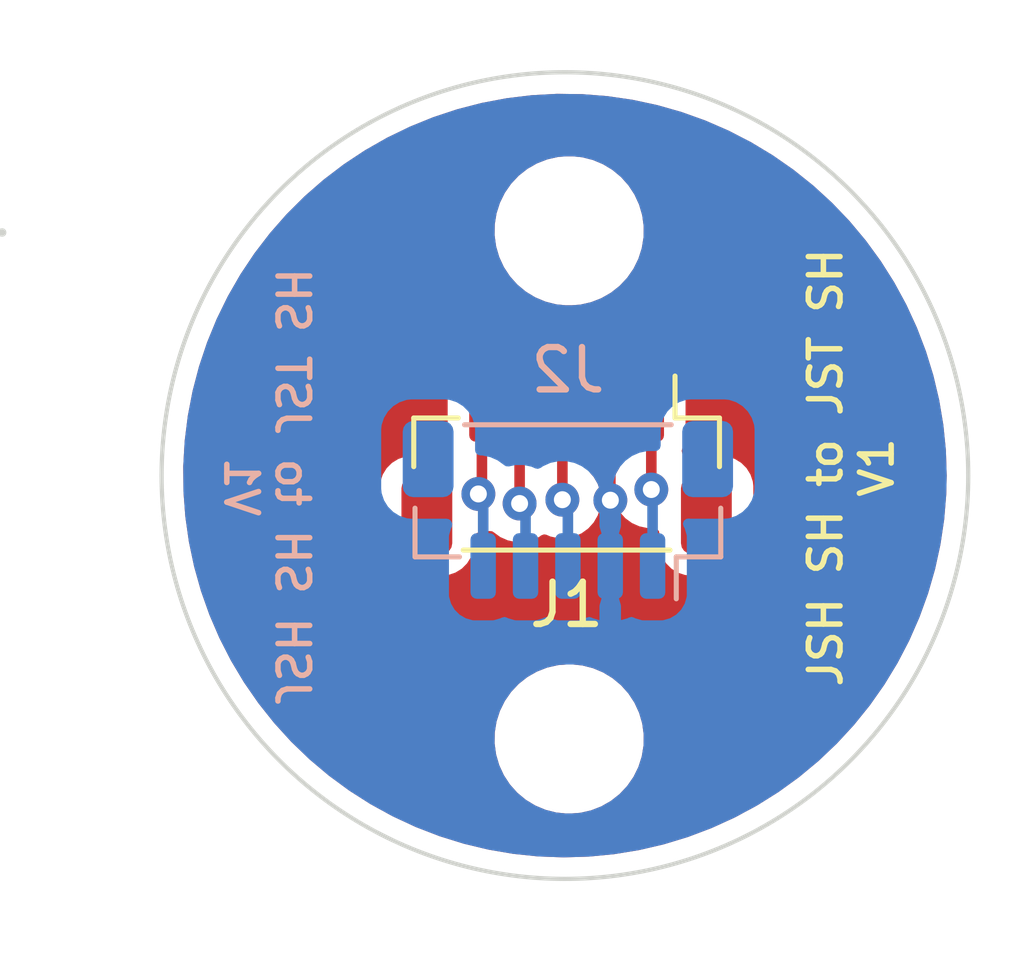
<source format=kicad_pcb>
(kicad_pcb (version 20211014) (generator pcbnew)
  (layers (0 "F.Cu" signal) (31 "B.Cu" signal) (34 "B.Paste" user) (35 "F.Paste" user) (36 "B.SilkS" user "B.Silkscreen") (37 "F.SilkS" user "F.Silkscreen") (38 "B.Mask" user) (39 "F.Mask" user) (44 "Edge.Cuts" user))
  (net 0 "")
  (net 1 "+3V3")
  (net 2 "GND")
  (net 3 "SWCLK")
  (net 4 "SWDIO")
  (net 5 "RESET")
  (footprint "MountingHole:MountingHole_2.5mm" (layer "F.Cu") (at 145 103)
    (fp_text reference "H1")
    (fp_text value "MountingHole")
    (pad "" np_thru_hole circle locked (at 0 0) (size 2.5 2.5) (drill 2.5) (layers *.Cu *.Mask))
  )
  (footprint "MountingHole:MountingHole_2.5mm" (layer "F.Cu") (at 145 115)
    (fp_text reference "H2")
    (fp_text value "MountingHole")
    (pad "" np_thru_hole circle locked (at 0 0) (size 2.5 2.5) (drill 2.5) (layers *.Cu *.Mask))
  )
  (footprint "Connector_JST:JST_SH_BM05B-SRSS-TB_1x05-1MP_P1.00mm_Vertical" (layer "F.Cu") (at 144.94 108.53 180)
    (fp_text reference "J1" (at 0 -3.3) (layer "F.SilkS"))
    (fp_text value "Conn_01x05_Male")
    (fp_line (start -2.44 -2.01) (end 2.44 -2.01) (layer "F.SilkS") (width 0.12))
    (fp_line (start 3.61 1.11) (end 2.56 1.11) (layer "F.SilkS") (width 0.12))
    (fp_line (start -3.61 -0.04) (end -3.61 1.11) (layer "F.SilkS") (width 0.12))
    (fp_line (start -2.56 1.11) (end -2.56 2.1) (layer "F.SilkS") (width 0.12))
    (fp_line (start -3.61 1.11) (end -2.56 1.11) (layer "F.SilkS") (width 0.12))
    (fp_line (start 3.61 -0.04) (end 3.61 1.11) (layer "F.SilkS") (width 0.12))
    (pad "1" smd roundrect locked (at -2 1.325 180) (size 0.6 1.55) (layers "F.Cu" "F.Paste" "F.Mask") (net 1 "+3V3"))
    (pad "2" smd roundrect locked (at -1 1.325 180) (size 0.6 1.55) (layers "F.Cu" "F.Paste" "F.Mask") (net 2 "GND"))
    (pad "3" smd roundrect locked (at 0 1.325 180) (size 0.6 1.55) (layers "F.Cu" "F.Paste" "F.Mask") (net 3 "SWCLK"))
    (pad "4" smd roundrect locked (at 1 1.325 180) (size 0.6 1.55) (layers "F.Cu" "F.Paste" "F.Mask") (net 4 "SWDIO"))
    (pad "5" smd roundrect locked (at 2 1.325 180) (size 0.6 1.55) (layers "F.Cu" "F.Paste" "F.Mask") (net 5 "RESET"))
    (pad "MP" smd roundrect locked (at 3.3 -1.2 180) (size 1.2 1.8) (layers "F.Cu" "F.Paste" "F.Mask") (roundrect_rratio 0.2083333333))
    (pad "MP" smd roundrect locked (at -3.3 -1.2 180) (size 1.2 1.8) (layers "F.Cu" "F.Paste" "F.Mask") (roundrect_rratio 0.2083333333))
  )
  (footprint "Connector_JST:JST_SH_BM05B-SRSS-TB_1x05-1MP_P1.00mm_Vertical" (layer "B.Cu") (at 144.97 109.59 180)
    (fp_text reference "J2" (at 0 3.3) (layer "B.SilkS") (effects (justify mirror)))
    (fp_text value "Conn_01x05_Male")
    (fp_line (start -2.44 2.01) (end 2.44 2.01) (layer "B.SilkS") (width 0.12))
    (fp_line (start 3.61 0.04) (end 3.61 -1.11) (layer "B.SilkS") (width 0.12))
    (fp_line (start 3.61 -1.11) (end 2.56 -1.11) (layer "B.SilkS") (width 0.12))
    (fp_line (start -3.61 -1.11) (end -2.56 -1.11) (layer "B.SilkS") (width 0.12))
    (fp_line (start -2.56 -1.11) (end -2.56 -2.1) (layer "B.SilkS") (width 0.12))
    (fp_line (start -3.61 0.04) (end -3.61 -1.11) (layer "B.SilkS") (width 0.12))
    (pad "1" smd roundrect locked (at -2 -1.325 180) (size 0.6 1.55) (layers "B.Cu" "B.Paste" "B.Mask") (net 1 "+3V3"))
    (pad "2" smd roundrect locked (at -1 -1.325 180) (size 0.6 1.55) (layers "B.Cu" "B.Paste" "B.Mask") (net 2 "GND"))
    (pad "3" smd roundrect locked (at 0 -1.325 180) (size 0.6 1.55) (layers "B.Cu" "B.Paste" "B.Mask") (net 3 "SWCLK"))
    (pad "4" smd roundrect locked (at 1 -1.325 180) (size 0.6 1.55) (layers "B.Cu" "B.Paste" "B.Mask") (net 4 "SWDIO"))
    (pad "5" smd roundrect locked (at 2 -1.325 180) (size 0.6 1.55) (layers "B.Cu" "B.Paste" "B.Mask") (net 5 "RESET"))
    (pad "MP" smd roundrect locked (at -3.3 1.2 180) (size 1.2 1.8) (layers "B.Cu" "B.Paste" "B.Mask") (roundrect_rratio 0.2083333333))
    (pad "MP" smd roundrect locked (at 3.3 1.2 180) (size 1.2 1.8) (layers "B.Cu" "B.Paste" "B.Mask") (roundrect_rratio 0.2083333333))
  )
  (gr_circle (center 144.9 108.78) (end 153.52 112.83) (layer "Edge.Cuts") (width 0.1) (fill none))
  (gr_circle (center 131.61 103.04) (end 131.61 103.04) (layer "Edge.Cuts") (width 0.1) (fill none))
  (gr_text "JSH SH to JST SH\nV1" (at 137.86 109.05 -90) (layer "B.SilkS") (effects (font (size 0.75 0.75) (thickness 0.13)) (justify mirror)))
  (gr_text "JSH SH to JST SH\nV1" (at 151.66 108.59 90) (layer "F.SilkS") (effects (font (size 0.75 0.75) (thickness 0.13))))
  (segment (start 146.94 109.11) (end 146.94 107.205) (width 0.25) (layer "F.Cu") (net 1))
  (via (at 146.94 109.11) (size 0.8) (drill 0.4) (layers "F.Cu" "B.Cu") (net 1))
  (segment (start 146.97 109.14) (end 146.94 109.11) (width 0.25) (layer "B.Cu") (net 1))
  (segment (start 146.97 110.915) (end 146.97 109.14) (width 0.25) (layer "B.Cu") (net 1))
  (segment (start 145.972758 107.237758) (end 145.972758 109.361886) (width 0.25) (layer "F.Cu") (net 2))
  (segment (start 145.94 107.205) (end 145.972758 107.237758) (width 0.25) (layer "F.Cu") (net 2))
  (via (at 145.972758 109.361886) (size 0.8) (drill 0.4) (layers "F.Cu" "B.Cu") (net 2))
  (segment (start 145.97 110.915) (end 145.97 109.364644) (width 0.25) (layer "B.Cu") (net 2))
  (segment (start 145.97 109.364644) (end 145.972758 109.361886) (width 0.25) (layer "B.Cu") (net 2))
  (segment (start 144.84 109.35) (end 144.84 107.305) (width 0.25) (layer "F.Cu") (net 3))
  (segment (start 144.84 107.305) (end 144.94 107.205) (width 0.25) (layer "F.Cu") (net 3))
  (via (at 144.84 109.35) (size 0.8) (drill 0.4) (layers "F.Cu" "B.Cu") (net 3))
  (segment (start 144.97 110.915) (end 144.97 109.48) (width 0.25) (layer "B.Cu") (net 3))
  (segment (start 144.97 109.48) (end 144.84 109.35) (width 0.25) (layer "B.Cu") (net 3))
  (segment (start 143.83 107.315) (end 143.94 107.205) (width 0.25) (layer "F.Cu") (net 4))
  (segment (start 143.83 109.44) (end 143.83 107.315) (width 0.25) (layer "F.Cu") (net 4))
  (via (at 143.83 109.44) (size 0.8) (drill 0.4) (layers "F.Cu" "B.Cu") (net 4))
  (segment (start 143.97 110.915) (end 143.97 109.58) (width 0.25) (layer "B.Cu") (net 4))
  (segment (start 143.97 109.58) (end 143.83 109.44) (width 0.25) (layer "B.Cu") (net 4))
  (segment (start 142.94 107.205) (end 142.94 109.130563) (width 0.25) (layer "F.Cu") (net 5))
  (segment (start 142.94 109.130563) (end 142.856329 109.214234) (width 0.25) (layer "F.Cu") (net 5))
  (via (at 142.856329 109.214234) (size 0.8) (drill 0.4) (layers "F.Cu" "B.Cu") (net 5))
  (segment (start 142.97 110.915) (end 142.97 109.327905) (width 0.25) (layer "B.Cu") (net 5))
  (segment (start 142.97 109.327905) (end 142.856329 109.214234) (width 0.25) (layer "B.Cu") (net 5))
  (zone (net 2) (net_name "GND") (layer "F.Cu") (connect_pads (clearance 0.508)) (min_thickness 0.254) (fill yes (thermal_gap 0.508) (thermal_bridge_width 0.508))
    (polygon (pts (xy 155.75 97.66) (xy 155.75 120.44) (xy 134.32 120.3) (xy 133.68 97.56) (xy 133.68 97.55)))
  )
  (zone (net 2) (net_name "GND") (layer "B.Cu") (connect_pads (clearance 0.508)) (min_thickness 0.254) (fill yes (thermal_gap 0.508) (thermal_bridge_width 0.508))
    (polygon (pts (xy 154.86 98.02) (xy 154.97 119.47) (xy 135.24 119.26) (xy 134.38 97.87)))
  )
)
</source>
